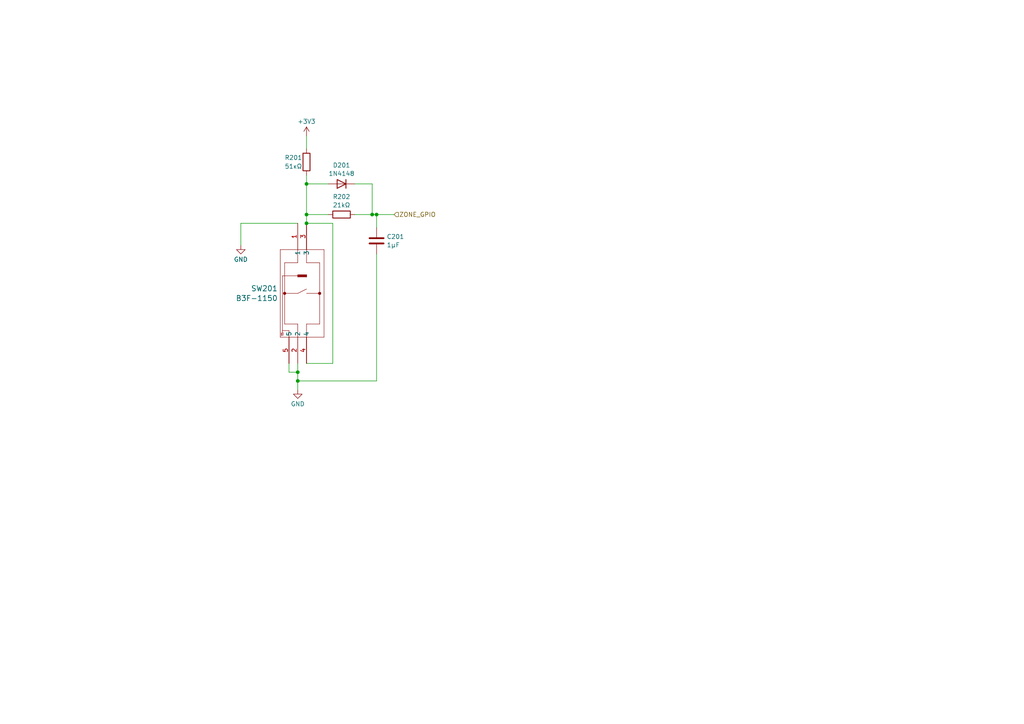
<source format=kicad_sch>
(kicad_sch (version 20231120) (generator "eeschema") (generator_version "8.0")
  (paper "A4")
  (lib_symbols
    (symbol "Device:C" (pin_numbers hide) (pin_names (offset 0.254))
      (property "Reference" "C" (at 0.635 2.54 0))
      (property "Value" "C" (at 0.635 -2.54 0))
      (symbol "C_0_1"
        (polyline (pts (xy -2.032 -0.762) (xy 2.032 -0.762)) (stroke (width 0.508)))
        (polyline (pts (xy -2.032 0.762) (xy 2.032 0.762)) (stroke (width 0.508)))
      )
      (symbol "C_1_1"
        (pin passive line (at 0 3.81 270) (length 2.794) (name "~") (number "1"))
        (pin passive line (at 0 -3.81 90) (length 2.794) (name "~") (number "2"))
      )
    )
    (symbol "Device:R" (pin_numbers hide) (pin_names (offset 0))
      (property "Reference" "R" (at 2.032 0 90))
      (property "Value" "R" (at 0 0 90))
      (symbol "R_0_1"
        (rectangle (start -1.016 -2.54) (end 1.016 2.54) (stroke (width 0.254)))
      )
      (symbol "R_1_1"
        (pin passive line (at 0 3.81 270) (length 1.27) (name "~") (number "1"))
        (pin passive line (at 0 -3.81 90) (length 1.27) (name "~") (number "2"))
      )
    )
    (symbol "Diode:1N4148" (pin_numbers hide) (pin_names hide)
      (property "Reference" "D" (at 0 2.54 0))
      (property "Value" "1N4148" (at 0 -2.54 0))
      (symbol "1N4148_0_1"
        (polyline (pts (xy -1.27 1.27) (xy -1.27 -1.27)) (stroke (width 0.254)))
        (polyline (pts (xy 1.27 0) (xy -1.27 0)))
        (polyline (pts (xy 1.27 1.27) (xy 1.27 -1.27) (xy -1.27 0) (xy 1.27 1.27)) (stroke (width 0.254)))
      )
      (symbol "1N4148_1_1"
        (pin passive line (at -3.81 0 0) (length 2.54) (name "K") (number "1"))
        (pin passive line (at 3.81 0 180) (length 2.54) (name "A") (number "2"))
      )
    )
    (symbol "power:+3V3" (power) (pin_names (offset 0))
      (property "Value" "+3V3" (at 0 3.556 0))
      (symbol "+3V3_0_1"
        (polyline (pts (xy -0.762 1.27) (xy 0 2.54)))
        (polyline (pts (xy 0 0) (xy 0 2.54)))
        (polyline (pts (xy 0 2.54) (xy 0.762 1.27)))
      )
      (symbol "+3V3_1_1"
        (pin power_in line (at 0 0 90) (length 0) hide (name "+3V3") (number "1"))
      )
    )
    (symbol "power:GND" (power) (pin_names (offset 0))
      (property "Value" "GND" (at 0 -3.81 0))
      (symbol "GND_0_1"
        (polyline (pts (xy 0 0) (xy 0 -1.27) (xy 1.27 -1.27) (xy 0 -2.54) (xy -1.27 -1.27) (xy 0 -1.27)))
      )
      (symbol "GND_1_1"
        (pin power_in line (at 0 0 270) (length 0) hide (name "GND") (number "1"))
      )
    )
    (symbol "tl2c-esp:B3F-1150" (pin_names (offset 0.254))
      (property "Reference" "SW" (at 20.32 10.16 0))
      (property "Value" "B3F-1150" (at 20.32 7.62 0))
      (symbol "B3F-1150_0_1"
        (polyline (pts (xy 7.62 -7.62) (xy 33.02 -7.62)) (stroke (width 0.127)))
        (polyline (pts (xy 7.62 -2.54) (xy 11.43 -2.54)) (stroke (width 0.127)))
        (polyline (pts (xy 7.62 0) (xy 11.43 0)) (stroke (width 0.127)))
        (polyline (pts (xy 7.62 5.08) (xy 7.62 -7.62)) (stroke (width 0.127)))
        (polyline (pts (xy 11.43 -6.35) (xy 29.21 -6.35)) (stroke (width 0.127)))
        (polyline (pts (xy 11.43 -2.54) (xy 11.43 -6.35)) (stroke (width 0.127)))
        (polyline (pts (xy 11.43 0) (xy 11.43 3.81)) (stroke (width 0.127)))
        (polyline (pts (xy 14.9225 -2.54) (xy 14.9225 0)) (stroke (width 0.127)))
        (polyline (pts (xy 14.9225 0) (xy 15.5575 0)) (stroke (width 0.127)))
        (polyline (pts (xy 15.24 0) (xy 15.24 4.445)) (stroke (width 0.127)))
        (polyline (pts (xy 15.24 4.445) (xy 31.75 4.445)) (stroke (width 0.127)))
        (polyline (pts (xy 15.5575 -2.54) (xy 14.9225 -2.54)) (stroke (width 0.127)))
        (polyline (pts (xy 15.5575 0) (xy 15.5575 -2.54)) (stroke (width 0.127)))
        (polyline (pts (xy 20.32 -2.54) (xy 20.32 -6.35)) (stroke (width 0.127)))
        (polyline (pts (xy 20.32 0) (xy 19.05 -2.54)) (stroke (width 0.127)))
        (polyline (pts (xy 20.32 3.81) (xy 20.32 0)) (stroke (width 0.127)))
        (polyline (pts (xy 29.21 -6.35) (xy 29.21 -2.54)) (stroke (width 0.127)))
        (polyline (pts (xy 29.21 -2.54) (xy 33.02 -2.54)) (stroke (width 0.127)))
        (polyline (pts (xy 29.21 0) (xy 29.21 3.81)) (stroke (width 0.127)))
        (polyline (pts (xy 29.21 3.81) (xy 11.43 3.81)) (stroke (width 0.127)))
        (polyline (pts (xy 31.115 2.54) (xy 33.02 2.54)) (stroke (width 0.127)))
        (polyline (pts (xy 31.115 4.445) (xy 31.115 2.54)) (stroke (width 0.127)))
        (polyline (pts (xy 31.75 4.1275) (xy 31.9088 4.7625)) (stroke (width 0.127)))
        (polyline (pts (xy 31.75 4.7625) (xy 32.5438 4.7625)) (stroke (width 0.127)))
        (polyline (pts (xy 32.0675 4.1275) (xy 32.2263 4.7625)) (stroke (width 0.127)))
        (polyline (pts (xy 32.5438 4.7625) (xy 32.385 4.1275)) (stroke (width 0.127)))
        (polyline (pts (xy 33.02 -7.62) (xy 33.02 5.08)) (stroke (width 0.127)))
        (polyline (pts (xy 33.02 0) (xy 29.21 0)) (stroke (width 0.127)))
        (polyline (pts (xy 33.02 5.08) (xy 7.62 5.08)) (stroke (width 0.127)))
        (polyline (pts (xy 15.5575 0) (xy 14.9225 0) (xy 14.9225 -2.54) (xy 15.5575 -2.54)) (fill (type outline)))
        (circle (center 20.32 -6.35) (radius 0.254) (stroke (width 0.381)))
        (circle (center 20.32 3.81) (radius 0.254) (stroke (width 0.381)))
        (pin unspecified line (at 0 0 0) (length 7.62) (name "1") (number "1"))
        (pin unspecified line (at 40.64 0 180) (length 7.62) (name "2") (number "2"))
        (pin unspecified line (at 0 -2.54 0) (length 7.62) (name "3") (number "3"))
        (pin unspecified line (at 40.64 -2.54 180) (length 7.62) (name "4") (number "4"))
        (pin unspecified line (at 40.64 2.54 180) (length 7.62) (name "5") (number "5"))
      )
    )
  )
  (junction (at 107.95 62.23))
  (junction (at 109.22 62.23))
  (junction (at 88.9 64.77))
  (junction (at 86.36 110.49))
  (junction (at 88.9 62.23))
  (junction (at 86.36 107.95))
  (junction (at 88.9 53.34))
  (wire (pts (xy 86.36 107.95) (xy 86.36 105.41)))
  (wire (pts (xy 83.82 107.95) (xy 86.36 107.95)))
  (wire (pts (xy 88.9 39.37) (xy 88.9 43.18)))
  (wire (pts (xy 109.22 62.23) (xy 114.3 62.23)))
  (wire (pts (xy 86.36 110.49) (xy 86.36 113.03)))
  (wire (pts (xy 107.95 62.23) (xy 109.22 62.23)))
  (wire (pts (xy 102.87 62.23) (xy 107.95 62.23)))
  (wire (pts (xy 88.9 62.23) (xy 88.9 64.77)))
  (wire (pts (xy 109.22 73.66) (xy 109.22 110.49)))
  (wire (pts (xy 86.36 64.77) (xy 69.85 64.77)))
  (wire (pts (xy 107.95 53.34) (xy 107.95 62.23)))
  (wire (pts (xy 88.9 62.23) (xy 95.25 62.23)))
  (wire (pts (xy 96.52 105.41) (xy 88.9 105.41)))
  (wire (pts (xy 86.36 107.95) (xy 86.36 110.49)))
  (wire (pts (xy 88.9 53.34) (xy 95.25 53.34)))
  (wire (pts (xy 88.9 50.8) (xy 88.9 53.34)))
  (wire (pts (xy 102.87 53.34) (xy 107.95 53.34)))
  (wire (pts (xy 88.9 53.34) (xy 88.9 62.23)))
  (wire (pts (xy 96.52 64.77) (xy 96.52 105.41)))
  (wire (pts (xy 83.82 105.41) (xy 83.82 107.95)))
  (wire (pts (xy 69.85 64.77) (xy 69.85 71.12)))
  (wire (pts (xy 109.22 62.23) (xy 109.22 66.04)))
  (wire (pts (xy 109.22 110.49) (xy 86.36 110.49)))
  (wire (pts (xy 88.9 64.77) (xy 96.52 64.77)))
  (hierarchical_label "ZONE_GPIO" (shape input) (at 114.3 62.23 0))
  (symbol (lib_id "Device:R") (at 88.9 46.99 0) (mirror y) (unit 1)
    (property "Reference" "R201" (at 82.55 45.72 0) (effects (justify right)))
    (property "Value" "51κΩ" (at 82.55 48.26 0) (effects (justify right)))
    (property "Footprint" "Resistor_SMD:R_0805_2012Metric" (effects (hide yes)))
  )
  (symbol (lib_id "tl2c-esp:B3F-1150") (at 86.36 64.77 90) (mirror x) (unit 1)
    (property "Reference" "SW201" (at 80.5815 83.6736 90) (effects (font (size 1.524 1.524)) (justify left)))
    (property "Value" "B3F-1150" (at 80.5815 86.5064 90) (effects (font (size 1.524 1.524)) (justify left)))
    (property "Footprint" "tl2c-esp:SW_B3F-1150_OMR" (effects (hide yes)))
    (property "Datasheet" "B3F-1150" (effects (hide yes)))
  )
  (symbol (lib_id "Device:R") (at 99.06 62.23 270) (mirror x) (unit 1)
    (property "Reference" "R202" (at 99.06 57.0697 90))
    (property "Value" "21kΩ" (at 99.06 59.4939 90))
    (property "Footprint" "Resistor_SMD:R_0805_2012Metric" (effects (hide yes)))
  )
  (symbol (lib_id "Device:C") (at 109.22 69.85 0) (unit 1)
    (property "Reference" "C201" (at 112.141 68.6379 0) (effects (justify left)))
    (property "Value" "1μF" (at 112.141 71.0621 0) (effects (justify left)))
    (property "Footprint" "Capacitor_SMD:C_0805_2012Metric" (effects (hide yes)))
  )
  (symbol (lib_id "power:GND") (at 69.85 71.12 0) (unit 1)
    (property "Reference" "#PWR0201" (effects (hide yes)))
    (property "Value" "GND" (at 69.85 75.2531 0))
  )
  (symbol (lib_id "power:+3V3") (at 88.9 39.37 0) (unit 1)
    (property "Reference" "#PWR0203" (effects (hide yes)))
    (property "Value" "+3V3" (at 88.9 35.2369 0))
  )
  (symbol (lib_id "Diode:1N4148") (at 99.06 53.34 180) (unit 1)
    (property "Reference" "D201" (at 99.06 47.9257 0))
    (property "Value" "1N4148" (at 99.06 50.3499 0))
    (property "Footprint" "Diode_SMD:D_SOD-123" (effects (hide yes)))
    (property "Datasheet" "https://assets.nexperia.com/documents/data-sheet/1N4148_1N4448.pdf" (effects (hide yes)))
    (property "Sim.Device" "D" (effects (hide yes)))
    (property "Sim.Pins" "1=K 2=A" (effects (hide yes)))
  )
  (symbol (lib_id "power:GND") (at 86.36 113.03 0) (unit 1)
    (property "Reference" "#PWR0202" (effects (hide yes)))
    (property "Value" "GND" (at 86.36 117.1631 0))
  )
)
</source>
